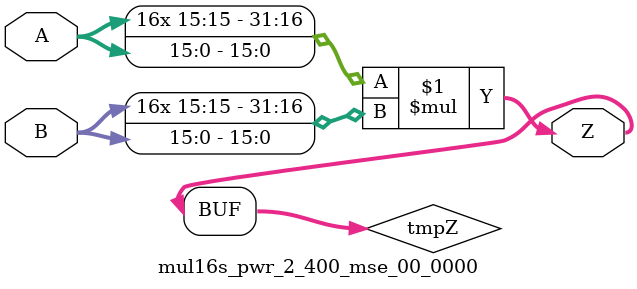
<source format=v>
/***
* This code is a part of EvoApproxLib library (ehw.fit.vutbr.cz/approxlib) distributed under The MIT License.
* When used, please cite the following article(s): V. Mrazek, Z. Vasicek, L. Sekanina, H. Jiang and J. Han, "Scalable Construction of Approximate Multipliers With Formally Guaranteed Worst Case Error" in IEEE Transactions on Very Large Scale Integration (VLSI) Systems, vol. 26, no. 11, pp. 2572-2576, Nov. 2018. doi: 10.1109/TVLSI.2018.2856362 
* This file contains a circuit from a sub-set of pareto optimal circuits with respect to the pwr and mse parameters
***/

//Behavioral model of 16-bit Signed Truncated Multiplier
//Truncated bits: 0

module mul16s_pwr_2_400_mse_00_0000(
	A, 
	B,
	Z
);

input signed [16-1:0] A;
input signed [16-1:0] B;
output signed [2*16-1:0] Z;

wire signed [2*(16-0)-1:0] tmpZ;
assign tmpZ = $signed(A[16-1:0]) * $signed(B[16-1:0]);
assign Z = $signed(tmpZ);
endmodule


// internal reference: truncation-tm.16.mul16s_pwr_2_400_mse_00_0000


</source>
